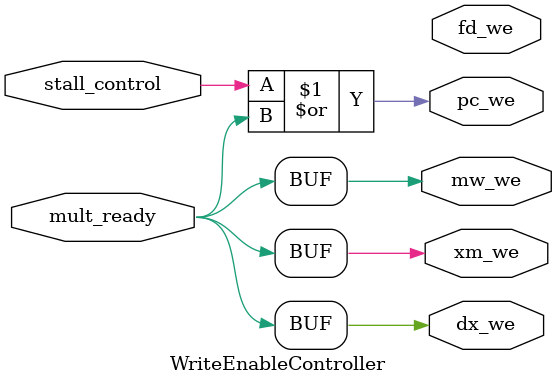
<source format=v>
module WriteEnableController(stall_control,mult_ready,pc_we,fd_we,dx_we,xm_we,mw_we);

    input stall_control,mult_ready;
    output pc_we,fd_we,dx_we,xm_we,mw_we;


    assign dx_we = mult_ready;
    assign xm_we = mult_ready;
    assign mw_we = mult_ready;

    or pc_gate(pc_we,stall_control,mult_ready);
    //or pc_gate(pc_we,stall_control,mult_ready);






endmodule
</source>
